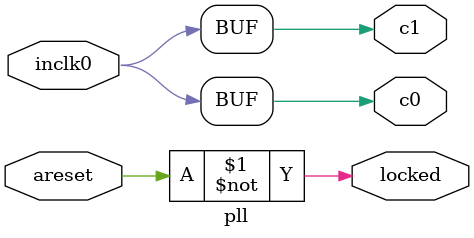
<source format=v>
module pll(
    input  areset,
    input  inclk0,
    output c0,
    output c1,
    output locked
);

// 简单的PLL模拟 - 实际项目中应使用Quartus的PLL IP核
// 这里只是为了编译通过的占位符

assign c0 = inclk0;  // 24MHz (实际应该是倍频)
assign c1 = inclk0;  // 50MHz (实际应该是倍频)
assign locked = ~areset;

endmodule
</source>
